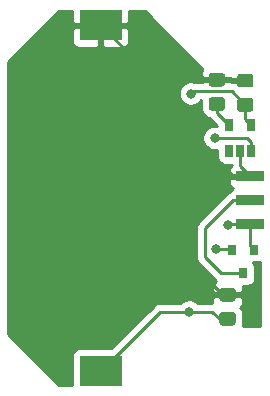
<source format=gbr>
%TF.GenerationSoftware,KiCad,Pcbnew,(5.1.7)-1*%
%TF.CreationDate,2022-08-04T10:30:13+03:00*%
%TF.ProjectId,battbrd,62617474-6272-4642-9e6b-696361645f70,rev?*%
%TF.SameCoordinates,Original*%
%TF.FileFunction,Copper,L1,Top*%
%TF.FilePolarity,Positive*%
%FSLAX46Y46*%
G04 Gerber Fmt 4.6, Leading zero omitted, Abs format (unit mm)*
G04 Created by KiCad (PCBNEW (5.1.7)-1) date 2022-08-04 10:30:13*
%MOMM*%
%LPD*%
G01*
G04 APERTURE LIST*
%TA.AperFunction,SMDPad,CuDef*%
%ADD10R,2.350000X0.850000*%
%TD*%
%TA.AperFunction,SMDPad,CuDef*%
%ADD11R,0.650000X1.060000*%
%TD*%
%TA.AperFunction,SMDPad,CuDef*%
%ADD12R,0.800000X0.900000*%
%TD*%
%TA.AperFunction,SMDPad,CuDef*%
%ADD13R,3.600000X2.600000*%
%TD*%
%TA.AperFunction,ViaPad*%
%ADD14C,0.800000*%
%TD*%
%TA.AperFunction,Conductor*%
%ADD15C,0.250000*%
%TD*%
%TA.AperFunction,Conductor*%
%ADD16C,0.254000*%
%TD*%
%TA.AperFunction,Conductor*%
%ADD17C,0.100000*%
%TD*%
G04 APERTURE END LIST*
D10*
%TO.P,J1,2*%
%TO.N,Net-(D2-Pad3)*%
X167950000Y-86800000D03*
%TO.P,J1,3*%
%TO.N,GNDD*%
X167950000Y-84800000D03*
%TO.P,J1,1*%
%TO.N,VCC*%
X167950000Y-88800000D03*
%TD*%
D11*
%TO.P,U8,5*%
%TO.N,Net-(R2-Pad1)*%
X166150000Y-80450000D03*
%TO.P,U8,4*%
%TO.N,VCC*%
X168050000Y-80450000D03*
%TO.P,U8,3*%
%TO.N,Net-(BT1-Pad1)*%
X168050000Y-82650000D03*
%TO.P,U8,2*%
%TO.N,GNDD*%
X167100000Y-82650000D03*
%TO.P,U8,1*%
%TO.N,Net-(U8-Pad1)*%
X166150000Y-82650000D03*
%TD*%
%TO.P,R2,2*%
%TO.N,GNDD*%
%TA.AperFunction,SMDPad,CuDef*%
G36*
G01*
X165600001Y-77200000D02*
X164699999Y-77200000D01*
G75*
G02*
X164450000Y-76950001I0J249999D01*
G01*
X164450000Y-76299999D01*
G75*
G02*
X164699999Y-76050000I249999J0D01*
G01*
X165600001Y-76050000D01*
G75*
G02*
X165850000Y-76299999I0J-249999D01*
G01*
X165850000Y-76950001D01*
G75*
G02*
X165600001Y-77200000I-249999J0D01*
G01*
G37*
%TD.AperFunction*%
%TO.P,R2,1*%
%TO.N,Net-(R2-Pad1)*%
%TA.AperFunction,SMDPad,CuDef*%
G36*
G01*
X165600001Y-79250000D02*
X164699999Y-79250000D01*
G75*
G02*
X164450000Y-79000001I0J249999D01*
G01*
X164450000Y-78349999D01*
G75*
G02*
X164699999Y-78100000I249999J0D01*
G01*
X165600001Y-78100000D01*
G75*
G02*
X165850000Y-78349999I0J-249999D01*
G01*
X165850000Y-79000001D01*
G75*
G02*
X165600001Y-79250000I-249999J0D01*
G01*
G37*
%TD.AperFunction*%
%TD*%
D12*
%TO.P,D2,3*%
%TO.N,Net-(D2-Pad3)*%
X167350000Y-93000000D03*
%TO.P,D2,2*%
%TO.N,Net-(BT1-Pad1)*%
X166400000Y-91000000D03*
%TO.P,D2,1*%
%TO.N,VCC*%
X168300000Y-91000000D03*
%TD*%
%TO.P,C14,2*%
%TO.N,GNDD*%
%TA.AperFunction,SMDPad,CuDef*%
G36*
G01*
X166500001Y-95400000D02*
X165599999Y-95400000D01*
G75*
G02*
X165350000Y-95150001I0J249999D01*
G01*
X165350000Y-94499999D01*
G75*
G02*
X165599999Y-94250000I249999J0D01*
G01*
X166500001Y-94250000D01*
G75*
G02*
X166750000Y-94499999I0J-249999D01*
G01*
X166750000Y-95150001D01*
G75*
G02*
X166500001Y-95400000I-249999J0D01*
G01*
G37*
%TD.AperFunction*%
%TO.P,C14,1*%
%TO.N,Net-(BT1-Pad1)*%
%TA.AperFunction,SMDPad,CuDef*%
G36*
G01*
X166500001Y-97450000D02*
X165599999Y-97450000D01*
G75*
G02*
X165350000Y-97200001I0J249999D01*
G01*
X165350000Y-96549999D01*
G75*
G02*
X165599999Y-96300000I249999J0D01*
G01*
X166500001Y-96300000D01*
G75*
G02*
X166750000Y-96549999I0J-249999D01*
G01*
X166750000Y-97200001D01*
G75*
G02*
X166500001Y-97450000I-249999J0D01*
G01*
G37*
%TD.AperFunction*%
%TD*%
%TO.P,C13,2*%
%TO.N,GNDD*%
%TA.AperFunction,SMDPad,CuDef*%
G36*
G01*
X168000001Y-77275000D02*
X167099999Y-77275000D01*
G75*
G02*
X166850000Y-77025001I0J249999D01*
G01*
X166850000Y-76374999D01*
G75*
G02*
X167099999Y-76125000I249999J0D01*
G01*
X168000001Y-76125000D01*
G75*
G02*
X168250000Y-76374999I0J-249999D01*
G01*
X168250000Y-77025001D01*
G75*
G02*
X168000001Y-77275000I-249999J0D01*
G01*
G37*
%TD.AperFunction*%
%TO.P,C13,1*%
%TO.N,VCC*%
%TA.AperFunction,SMDPad,CuDef*%
G36*
G01*
X168000001Y-79325000D02*
X167099999Y-79325000D01*
G75*
G02*
X166850000Y-79075001I0J249999D01*
G01*
X166850000Y-78424999D01*
G75*
G02*
X167099999Y-78175000I249999J0D01*
G01*
X168000001Y-78175000D01*
G75*
G02*
X168250000Y-78424999I0J-249999D01*
G01*
X168250000Y-79075001D01*
G75*
G02*
X168000001Y-79325000I-249999J0D01*
G01*
G37*
%TD.AperFunction*%
%TD*%
D13*
%TO.P,BT1,1*%
%TO.N,Net-(BT1-Pad1)*%
X155300000Y-101300000D03*
%TO.P,BT1,2*%
%TO.N,GNDD*%
X155300000Y-72000000D03*
%TD*%
D14*
%TO.N,Net-(BT1-Pad1)*%
X164950000Y-81550000D03*
X165100000Y-90950000D03*
X162800000Y-96250000D03*
%TO.N,VCC*%
X166050000Y-88900000D03*
X162950000Y-77800000D03*
%TD*%
D15*
%TO.N,Net-(BT1-Pad1)*%
X168050000Y-81870000D02*
X167730000Y-81550000D01*
X167730000Y-81550000D02*
X164950000Y-81550000D01*
X168050000Y-82650000D02*
X168050000Y-81870000D01*
X166350000Y-90950000D02*
X166400000Y-91000000D01*
X165100000Y-90950000D02*
X166350000Y-90950000D01*
X160350000Y-96250000D02*
X155300000Y-101300000D01*
X162800000Y-96250000D02*
X160350000Y-96250000D01*
X165375000Y-96875000D02*
X164750000Y-96250000D01*
X166050000Y-96875000D02*
X165375000Y-96875000D01*
X162800000Y-96250000D02*
X164750000Y-96250000D01*
%TO.N,GNDD*%
X159925000Y-76625000D02*
X155300000Y-72000000D01*
X165150000Y-76625000D02*
X159925000Y-76625000D01*
X165225000Y-76700000D02*
X165150000Y-76625000D01*
X167550000Y-76700000D02*
X165225000Y-76700000D01*
X167100000Y-83950000D02*
X167950000Y-84800000D01*
X167100000Y-82650000D02*
X167100000Y-83950000D01*
X159925000Y-78200000D02*
X159925000Y-76625000D01*
X166525000Y-84800000D02*
X159925000Y-78200000D01*
X167950000Y-84800000D02*
X166525000Y-84800000D01*
X159925000Y-89100000D02*
X159925000Y-78200000D01*
X165650000Y-94825000D02*
X159925000Y-89100000D01*
X166050000Y-94825000D02*
X165650000Y-94825000D01*
%TO.N,VCC*%
X167550000Y-79950000D02*
X168050000Y-80450000D01*
X167550000Y-78750000D02*
X167550000Y-79950000D01*
X167950000Y-90650000D02*
X168300000Y-91000000D01*
X167950000Y-88800000D02*
X167950000Y-90650000D01*
X166150000Y-88800000D02*
X166050000Y-88900000D01*
X167950000Y-88800000D02*
X166150000Y-88800000D01*
X162950000Y-77800000D02*
X163150000Y-77600000D01*
X166400000Y-77600000D02*
X167550000Y-78750000D01*
X163150000Y-77600000D02*
X166400000Y-77600000D01*
%TO.N,Net-(D2-Pad3)*%
X167350000Y-93000000D02*
X165500000Y-93000000D01*
X165500000Y-93000000D02*
X164150000Y-91650000D01*
X166525000Y-86800000D02*
X167950000Y-86800000D01*
X164150000Y-89175000D02*
X166525000Y-86800000D01*
X164150000Y-91650000D02*
X164150000Y-89175000D01*
%TO.N,Net-(R2-Pad1)*%
X165150000Y-79450000D02*
X166150000Y-80450000D01*
X165150000Y-78675000D02*
X165150000Y-79450000D01*
%TD*%
D16*
%TO.N,GNDD*%
X152865000Y-71714250D02*
X153023750Y-71873000D01*
X155173000Y-71873000D01*
X155173000Y-71853000D01*
X155427000Y-71853000D01*
X155427000Y-71873000D01*
X157576250Y-71873000D01*
X157735000Y-71714250D01*
X157737739Y-70810000D01*
X159026620Y-70810000D01*
X163810388Y-75593769D01*
X163831052Y-75618948D01*
X163856231Y-75639612D01*
X163856233Y-75639614D01*
X163897907Y-75673815D01*
X163921425Y-75693115D01*
X163919463Y-75695506D01*
X163860498Y-75805820D01*
X163824188Y-75925518D01*
X163811928Y-76050000D01*
X163815000Y-76339250D01*
X163973750Y-76498000D01*
X165023000Y-76498000D01*
X165023000Y-76478000D01*
X165277000Y-76478000D01*
X165277000Y-76498000D01*
X166298750Y-76498000D01*
X166373750Y-76573000D01*
X167423000Y-76573000D01*
X167423000Y-76553000D01*
X167677000Y-76553000D01*
X167677000Y-76573000D01*
X167697000Y-76573000D01*
X167697000Y-76827000D01*
X167677000Y-76827000D01*
X167677000Y-76847000D01*
X167423000Y-76847000D01*
X167423000Y-76827000D01*
X166401250Y-76827000D01*
X166326250Y-76752000D01*
X165277000Y-76752000D01*
X165277000Y-76772000D01*
X165023000Y-76772000D01*
X165023000Y-76752000D01*
X163973750Y-76752000D01*
X163885750Y-76840000D01*
X163336940Y-76840000D01*
X163251898Y-76804774D01*
X163051939Y-76765000D01*
X162848061Y-76765000D01*
X162648102Y-76804774D01*
X162459744Y-76882795D01*
X162290226Y-76996063D01*
X162146063Y-77140226D01*
X162032795Y-77309744D01*
X161954774Y-77498102D01*
X161915000Y-77698061D01*
X161915000Y-77901939D01*
X161954774Y-78101898D01*
X162032795Y-78290256D01*
X162146063Y-78459774D01*
X162290226Y-78603937D01*
X162459744Y-78717205D01*
X162648102Y-78795226D01*
X162848061Y-78835000D01*
X163051939Y-78835000D01*
X163251898Y-78795226D01*
X163440256Y-78717205D01*
X163609774Y-78603937D01*
X163753937Y-78459774D01*
X163811928Y-78372984D01*
X163811928Y-79000001D01*
X163828992Y-79173255D01*
X163879528Y-79339851D01*
X163961595Y-79493387D01*
X164072038Y-79627962D01*
X164206613Y-79738405D01*
X164360149Y-79820472D01*
X164510673Y-79866133D01*
X164515026Y-79874276D01*
X164568142Y-79938997D01*
X164610000Y-79990001D01*
X164638998Y-80013799D01*
X165162113Y-80536915D01*
X165051939Y-80515000D01*
X164848061Y-80515000D01*
X164648102Y-80554774D01*
X164459744Y-80632795D01*
X164290226Y-80746063D01*
X164146063Y-80890226D01*
X164032795Y-81059744D01*
X163954774Y-81248102D01*
X163915000Y-81448061D01*
X163915000Y-81651939D01*
X163954774Y-81851898D01*
X164032795Y-82040256D01*
X164146063Y-82209774D01*
X164290226Y-82353937D01*
X164459744Y-82467205D01*
X164648102Y-82545226D01*
X164848061Y-82585000D01*
X165051939Y-82585000D01*
X165186928Y-82558149D01*
X165186928Y-83180000D01*
X165199188Y-83304482D01*
X165235498Y-83424180D01*
X165294463Y-83534494D01*
X165373815Y-83631185D01*
X165470506Y-83710537D01*
X165580820Y-83769502D01*
X165700518Y-83805812D01*
X165825000Y-83818072D01*
X166469879Y-83818072D01*
X166420506Y-83844463D01*
X166323815Y-83923815D01*
X166244463Y-84020506D01*
X166185498Y-84130820D01*
X166149188Y-84250518D01*
X166136928Y-84375000D01*
X166140000Y-84514250D01*
X166298750Y-84673000D01*
X167823000Y-84673000D01*
X167823000Y-84653000D01*
X168077000Y-84653000D01*
X168077000Y-84673000D01*
X168097000Y-84673000D01*
X168097000Y-84927000D01*
X168077000Y-84927000D01*
X168077000Y-84947000D01*
X167823000Y-84947000D01*
X167823000Y-84927000D01*
X166298750Y-84927000D01*
X166140000Y-85085750D01*
X166136928Y-85225000D01*
X166149188Y-85349482D01*
X166185498Y-85469180D01*
X166244463Y-85579494D01*
X166323815Y-85676185D01*
X166420506Y-85755537D01*
X166503689Y-85800000D01*
X166420506Y-85844463D01*
X166323815Y-85923815D01*
X166244463Y-86020506D01*
X166193810Y-86115270D01*
X166100724Y-86165026D01*
X165984999Y-86259999D01*
X165961201Y-86288997D01*
X163638998Y-88611201D01*
X163610000Y-88634999D01*
X163586202Y-88663997D01*
X163586201Y-88663998D01*
X163515026Y-88750724D01*
X163444454Y-88882754D01*
X163400998Y-89026015D01*
X163386324Y-89175000D01*
X163390001Y-89212332D01*
X163390000Y-91612677D01*
X163386324Y-91650000D01*
X163390000Y-91687322D01*
X163390000Y-91687332D01*
X163400997Y-91798985D01*
X163438976Y-91924188D01*
X163444454Y-91942246D01*
X163515026Y-92074276D01*
X163535165Y-92098815D01*
X163609999Y-92190001D01*
X163639003Y-92213804D01*
X164936201Y-93511003D01*
X164959999Y-93540001D01*
X165075724Y-93634974D01*
X165117083Y-93657081D01*
X165105820Y-93660498D01*
X164995506Y-93719463D01*
X164898815Y-93798815D01*
X164819463Y-93895506D01*
X164760498Y-94005820D01*
X164724188Y-94125518D01*
X164711928Y-94250000D01*
X164715000Y-94539250D01*
X164873750Y-94698000D01*
X165923000Y-94698000D01*
X165923000Y-94678000D01*
X166177000Y-94678000D01*
X166177000Y-94698000D01*
X167226250Y-94698000D01*
X167385000Y-94539250D01*
X167388072Y-94250000D01*
X167375812Y-94125518D01*
X167364453Y-94088072D01*
X167750000Y-94088072D01*
X167874482Y-94075812D01*
X167994180Y-94039502D01*
X168104494Y-93980537D01*
X168201185Y-93901185D01*
X168280537Y-93804494D01*
X168339502Y-93694180D01*
X168375812Y-93574482D01*
X168388072Y-93450000D01*
X168388072Y-92550000D01*
X168375812Y-92425518D01*
X168339502Y-92305820D01*
X168280537Y-92195506D01*
X168201185Y-92098815D01*
X168188095Y-92088072D01*
X168700000Y-92088072D01*
X168824482Y-92075812D01*
X168840001Y-92071104D01*
X168840001Y-97490000D01*
X167335594Y-97490000D01*
X167371008Y-97373255D01*
X167388072Y-97200001D01*
X167388072Y-96549999D01*
X167371008Y-96376745D01*
X167320472Y-96210149D01*
X167238405Y-96056613D01*
X167127962Y-95922038D01*
X167121406Y-95916658D01*
X167201185Y-95851185D01*
X167280537Y-95754494D01*
X167339502Y-95644180D01*
X167375812Y-95524482D01*
X167388072Y-95400000D01*
X167385000Y-95110750D01*
X167226250Y-94952000D01*
X166177000Y-94952000D01*
X166177000Y-94972000D01*
X165923000Y-94972000D01*
X165923000Y-94952000D01*
X164873750Y-94952000D01*
X164715000Y-95110750D01*
X164711928Y-95400000D01*
X164720714Y-95489208D01*
X164712678Y-95490000D01*
X163503711Y-95490000D01*
X163459774Y-95446063D01*
X163290256Y-95332795D01*
X163101898Y-95254774D01*
X162901939Y-95215000D01*
X162698061Y-95215000D01*
X162498102Y-95254774D01*
X162309744Y-95332795D01*
X162140226Y-95446063D01*
X162096289Y-95490000D01*
X160387322Y-95490000D01*
X160349999Y-95486324D01*
X160312676Y-95490000D01*
X160312667Y-95490000D01*
X160201014Y-95500997D01*
X160057753Y-95544454D01*
X159925724Y-95615026D01*
X159925722Y-95615027D01*
X159925723Y-95615027D01*
X159838996Y-95686201D01*
X159838992Y-95686205D01*
X159809999Y-95709999D01*
X159786205Y-95738992D01*
X156163270Y-99361928D01*
X153500000Y-99361928D01*
X153375518Y-99374188D01*
X153255820Y-99410498D01*
X153145506Y-99469463D01*
X153048815Y-99548815D01*
X152969463Y-99645506D01*
X152910498Y-99755820D01*
X152874188Y-99875518D01*
X152861928Y-100000000D01*
X152861928Y-102440000D01*
X151773381Y-102440000D01*
X147460000Y-98126620D01*
X147460000Y-75123380D01*
X149283380Y-73300000D01*
X152861928Y-73300000D01*
X152874188Y-73424482D01*
X152910498Y-73544180D01*
X152969463Y-73654494D01*
X153048815Y-73751185D01*
X153145506Y-73830537D01*
X153255820Y-73889502D01*
X153375518Y-73925812D01*
X153500000Y-73938072D01*
X155014250Y-73935000D01*
X155173000Y-73776250D01*
X155173000Y-72127000D01*
X155427000Y-72127000D01*
X155427000Y-73776250D01*
X155585750Y-73935000D01*
X157100000Y-73938072D01*
X157224482Y-73925812D01*
X157344180Y-73889502D01*
X157454494Y-73830537D01*
X157551185Y-73751185D01*
X157630537Y-73654494D01*
X157689502Y-73544180D01*
X157725812Y-73424482D01*
X157738072Y-73300000D01*
X157735000Y-72285750D01*
X157576250Y-72127000D01*
X155427000Y-72127000D01*
X155173000Y-72127000D01*
X153023750Y-72127000D01*
X152865000Y-72285750D01*
X152861928Y-73300000D01*
X149283380Y-73300000D01*
X151773381Y-70810000D01*
X152862261Y-70810000D01*
X152865000Y-71714250D01*
%TA.AperFunction,Conductor*%
D17*
G36*
X152865000Y-71714250D02*
G01*
X153023750Y-71873000D01*
X155173000Y-71873000D01*
X155173000Y-71853000D01*
X155427000Y-71853000D01*
X155427000Y-71873000D01*
X157576250Y-71873000D01*
X157735000Y-71714250D01*
X157737739Y-70810000D01*
X159026620Y-70810000D01*
X163810388Y-75593769D01*
X163831052Y-75618948D01*
X163856231Y-75639612D01*
X163856233Y-75639614D01*
X163897907Y-75673815D01*
X163921425Y-75693115D01*
X163919463Y-75695506D01*
X163860498Y-75805820D01*
X163824188Y-75925518D01*
X163811928Y-76050000D01*
X163815000Y-76339250D01*
X163973750Y-76498000D01*
X165023000Y-76498000D01*
X165023000Y-76478000D01*
X165277000Y-76478000D01*
X165277000Y-76498000D01*
X166298750Y-76498000D01*
X166373750Y-76573000D01*
X167423000Y-76573000D01*
X167423000Y-76553000D01*
X167677000Y-76553000D01*
X167677000Y-76573000D01*
X167697000Y-76573000D01*
X167697000Y-76827000D01*
X167677000Y-76827000D01*
X167677000Y-76847000D01*
X167423000Y-76847000D01*
X167423000Y-76827000D01*
X166401250Y-76827000D01*
X166326250Y-76752000D01*
X165277000Y-76752000D01*
X165277000Y-76772000D01*
X165023000Y-76772000D01*
X165023000Y-76752000D01*
X163973750Y-76752000D01*
X163885750Y-76840000D01*
X163336940Y-76840000D01*
X163251898Y-76804774D01*
X163051939Y-76765000D01*
X162848061Y-76765000D01*
X162648102Y-76804774D01*
X162459744Y-76882795D01*
X162290226Y-76996063D01*
X162146063Y-77140226D01*
X162032795Y-77309744D01*
X161954774Y-77498102D01*
X161915000Y-77698061D01*
X161915000Y-77901939D01*
X161954774Y-78101898D01*
X162032795Y-78290256D01*
X162146063Y-78459774D01*
X162290226Y-78603937D01*
X162459744Y-78717205D01*
X162648102Y-78795226D01*
X162848061Y-78835000D01*
X163051939Y-78835000D01*
X163251898Y-78795226D01*
X163440256Y-78717205D01*
X163609774Y-78603937D01*
X163753937Y-78459774D01*
X163811928Y-78372984D01*
X163811928Y-79000001D01*
X163828992Y-79173255D01*
X163879528Y-79339851D01*
X163961595Y-79493387D01*
X164072038Y-79627962D01*
X164206613Y-79738405D01*
X164360149Y-79820472D01*
X164510673Y-79866133D01*
X164515026Y-79874276D01*
X164568142Y-79938997D01*
X164610000Y-79990001D01*
X164638998Y-80013799D01*
X165162113Y-80536915D01*
X165051939Y-80515000D01*
X164848061Y-80515000D01*
X164648102Y-80554774D01*
X164459744Y-80632795D01*
X164290226Y-80746063D01*
X164146063Y-80890226D01*
X164032795Y-81059744D01*
X163954774Y-81248102D01*
X163915000Y-81448061D01*
X163915000Y-81651939D01*
X163954774Y-81851898D01*
X164032795Y-82040256D01*
X164146063Y-82209774D01*
X164290226Y-82353937D01*
X164459744Y-82467205D01*
X164648102Y-82545226D01*
X164848061Y-82585000D01*
X165051939Y-82585000D01*
X165186928Y-82558149D01*
X165186928Y-83180000D01*
X165199188Y-83304482D01*
X165235498Y-83424180D01*
X165294463Y-83534494D01*
X165373815Y-83631185D01*
X165470506Y-83710537D01*
X165580820Y-83769502D01*
X165700518Y-83805812D01*
X165825000Y-83818072D01*
X166469879Y-83818072D01*
X166420506Y-83844463D01*
X166323815Y-83923815D01*
X166244463Y-84020506D01*
X166185498Y-84130820D01*
X166149188Y-84250518D01*
X166136928Y-84375000D01*
X166140000Y-84514250D01*
X166298750Y-84673000D01*
X167823000Y-84673000D01*
X167823000Y-84653000D01*
X168077000Y-84653000D01*
X168077000Y-84673000D01*
X168097000Y-84673000D01*
X168097000Y-84927000D01*
X168077000Y-84927000D01*
X168077000Y-84947000D01*
X167823000Y-84947000D01*
X167823000Y-84927000D01*
X166298750Y-84927000D01*
X166140000Y-85085750D01*
X166136928Y-85225000D01*
X166149188Y-85349482D01*
X166185498Y-85469180D01*
X166244463Y-85579494D01*
X166323815Y-85676185D01*
X166420506Y-85755537D01*
X166503689Y-85800000D01*
X166420506Y-85844463D01*
X166323815Y-85923815D01*
X166244463Y-86020506D01*
X166193810Y-86115270D01*
X166100724Y-86165026D01*
X165984999Y-86259999D01*
X165961201Y-86288997D01*
X163638998Y-88611201D01*
X163610000Y-88634999D01*
X163586202Y-88663997D01*
X163586201Y-88663998D01*
X163515026Y-88750724D01*
X163444454Y-88882754D01*
X163400998Y-89026015D01*
X163386324Y-89175000D01*
X163390001Y-89212332D01*
X163390000Y-91612677D01*
X163386324Y-91650000D01*
X163390000Y-91687322D01*
X163390000Y-91687332D01*
X163400997Y-91798985D01*
X163438976Y-91924188D01*
X163444454Y-91942246D01*
X163515026Y-92074276D01*
X163535165Y-92098815D01*
X163609999Y-92190001D01*
X163639003Y-92213804D01*
X164936201Y-93511003D01*
X164959999Y-93540001D01*
X165075724Y-93634974D01*
X165117083Y-93657081D01*
X165105820Y-93660498D01*
X164995506Y-93719463D01*
X164898815Y-93798815D01*
X164819463Y-93895506D01*
X164760498Y-94005820D01*
X164724188Y-94125518D01*
X164711928Y-94250000D01*
X164715000Y-94539250D01*
X164873750Y-94698000D01*
X165923000Y-94698000D01*
X165923000Y-94678000D01*
X166177000Y-94678000D01*
X166177000Y-94698000D01*
X167226250Y-94698000D01*
X167385000Y-94539250D01*
X167388072Y-94250000D01*
X167375812Y-94125518D01*
X167364453Y-94088072D01*
X167750000Y-94088072D01*
X167874482Y-94075812D01*
X167994180Y-94039502D01*
X168104494Y-93980537D01*
X168201185Y-93901185D01*
X168280537Y-93804494D01*
X168339502Y-93694180D01*
X168375812Y-93574482D01*
X168388072Y-93450000D01*
X168388072Y-92550000D01*
X168375812Y-92425518D01*
X168339502Y-92305820D01*
X168280537Y-92195506D01*
X168201185Y-92098815D01*
X168188095Y-92088072D01*
X168700000Y-92088072D01*
X168824482Y-92075812D01*
X168840001Y-92071104D01*
X168840001Y-97490000D01*
X167335594Y-97490000D01*
X167371008Y-97373255D01*
X167388072Y-97200001D01*
X167388072Y-96549999D01*
X167371008Y-96376745D01*
X167320472Y-96210149D01*
X167238405Y-96056613D01*
X167127962Y-95922038D01*
X167121406Y-95916658D01*
X167201185Y-95851185D01*
X167280537Y-95754494D01*
X167339502Y-95644180D01*
X167375812Y-95524482D01*
X167388072Y-95400000D01*
X167385000Y-95110750D01*
X167226250Y-94952000D01*
X166177000Y-94952000D01*
X166177000Y-94972000D01*
X165923000Y-94972000D01*
X165923000Y-94952000D01*
X164873750Y-94952000D01*
X164715000Y-95110750D01*
X164711928Y-95400000D01*
X164720714Y-95489208D01*
X164712678Y-95490000D01*
X163503711Y-95490000D01*
X163459774Y-95446063D01*
X163290256Y-95332795D01*
X163101898Y-95254774D01*
X162901939Y-95215000D01*
X162698061Y-95215000D01*
X162498102Y-95254774D01*
X162309744Y-95332795D01*
X162140226Y-95446063D01*
X162096289Y-95490000D01*
X160387322Y-95490000D01*
X160349999Y-95486324D01*
X160312676Y-95490000D01*
X160312667Y-95490000D01*
X160201014Y-95500997D01*
X160057753Y-95544454D01*
X159925724Y-95615026D01*
X159925722Y-95615027D01*
X159925723Y-95615027D01*
X159838996Y-95686201D01*
X159838992Y-95686205D01*
X159809999Y-95709999D01*
X159786205Y-95738992D01*
X156163270Y-99361928D01*
X153500000Y-99361928D01*
X153375518Y-99374188D01*
X153255820Y-99410498D01*
X153145506Y-99469463D01*
X153048815Y-99548815D01*
X152969463Y-99645506D01*
X152910498Y-99755820D01*
X152874188Y-99875518D01*
X152861928Y-100000000D01*
X152861928Y-102440000D01*
X151773381Y-102440000D01*
X147460000Y-98126620D01*
X147460000Y-75123380D01*
X149283380Y-73300000D01*
X152861928Y-73300000D01*
X152874188Y-73424482D01*
X152910498Y-73544180D01*
X152969463Y-73654494D01*
X153048815Y-73751185D01*
X153145506Y-73830537D01*
X153255820Y-73889502D01*
X153375518Y-73925812D01*
X153500000Y-73938072D01*
X155014250Y-73935000D01*
X155173000Y-73776250D01*
X155173000Y-72127000D01*
X155427000Y-72127000D01*
X155427000Y-73776250D01*
X155585750Y-73935000D01*
X157100000Y-73938072D01*
X157224482Y-73925812D01*
X157344180Y-73889502D01*
X157454494Y-73830537D01*
X157551185Y-73751185D01*
X157630537Y-73654494D01*
X157689502Y-73544180D01*
X157725812Y-73424482D01*
X157738072Y-73300000D01*
X157735000Y-72285750D01*
X157576250Y-72127000D01*
X155427000Y-72127000D01*
X155173000Y-72127000D01*
X153023750Y-72127000D01*
X152865000Y-72285750D01*
X152861928Y-73300000D01*
X149283380Y-73300000D01*
X151773381Y-70810000D01*
X152862261Y-70810000D01*
X152865000Y-71714250D01*
G37*
%TD.AperFunction*%
%TD*%
M02*

</source>
